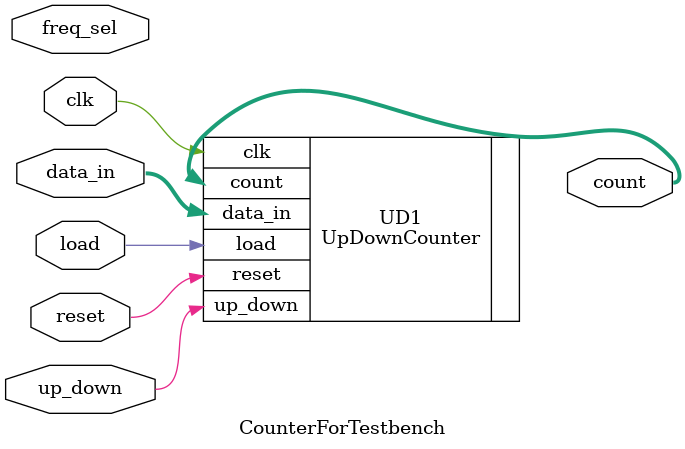
<source format=v>

module CounterForTestbench(

	 input clk,
	 input reset,
	 input load,
	 input up_down,
    input [3:0] data_in,
	 // frequency select, 2-bit for selecting the frequency (0.5, 1, 2 Hz)
	 input [1:0] freq_sel,
    output [3:0] count
);
	 //assign reset1 = KEY[0];
	 //assign up_down1 = KEY[1];
	 //assign data_in1 = SW[3:0];
	 //assign load1 = SW[9];
	 //assign LEDR[3:0] = count1;
	 //clockDivider CD1 (.clk_in(MAX10_CLK1_50), .clk_out(clk_1hz);
	 UpDownCounter UD1 (.clk(clk), .reset(reset), .load(load), .up_down(up_down), .data_in(data_in), .count(count));
endmodule

</source>
